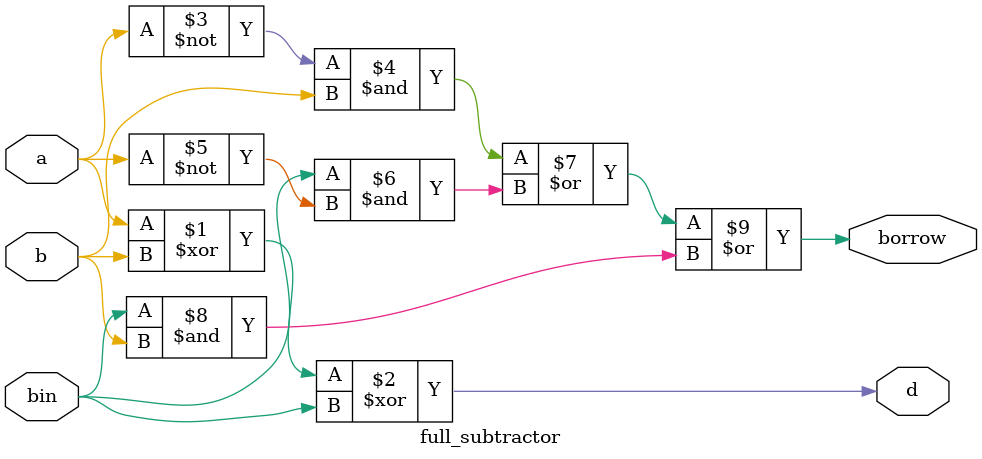
<source format=v>
/*
| A | B | Bin | D | Borrow |
|---|---|-----|---|--------|
| 0 | 0 |  0  | 0 |   0    |
| 0 | 0 |  1  | 1 |   1    |
| 0 | 1 |  0  | 1 |   1    |
| 0 | 1 |  1  | 0 |   1    |
| 1 | 0 |  0  | 1 |   0    |
| 1 | 0 |  1  | 0 |   0    |
| 1 | 1 |  0  | 0 |   0    |
| 1 | 1 |  1  | 1 |   1    |

d = a^b^bin
borrow = (~a&b) | (bin&~a) | (bin&b) 
*/
module full_subtractor(input a, b, bin, output d, borrow);
	assign d = a^b^bin;
	assign borrow = (~a&b) | (bin&~a) | (bin&b);
endmodule

</source>
